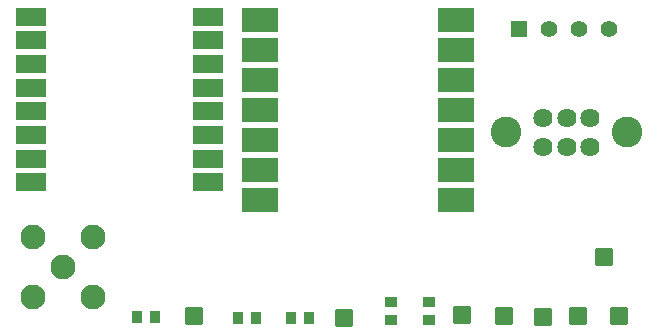
<source format=gts>
G04 Layer: TopSolderMaskLayer*
G04 EasyEDA Pro v2.2.37.7, 2025-04-12 19:39:53*
G04 Gerber Generator version 0.3*
G04 Scale: 100 percent, Rotated: No, Reflected: No*
G04 Dimensions in millimeters*
G04 Leading zeros omitted, absolute positions, 4 integers and 5 decimals*
%FSLAX45Y45*%
%MOMM*%
%AMRoundRect*1,1,$1,$2,$3*1,1,$1,$4,$5*1,1,$1,0-$2,0-$3*1,1,$1,0-$4,0-$5*20,1,$1,$2,$3,$4,$5,0*20,1,$1,$4,$5,0-$2,0-$3,0*20,1,$1,0-$2,0-$3,0-$4,0-$5,0*20,1,$1,0-$4,0-$5,$2,$3,0*4,1,4,$2,$3,$4,$5,0-$2,0-$3,0-$4,0-$5,$2,$3,0*%
%ADD10RoundRect,0.09516X-0.70322X0.70322X0.70322X0.70322*%
%ADD11RoundRect,0.09138X-0.40835X0.43712X0.40835X0.43712*%
%ADD12RoundRect,0.09138X-0.43712X-0.40835X-0.43712X0.40835*%
%ADD13C,1.397*%
%ADD14RoundRect,0.09471X0.65114X-0.65114X-0.65114X-0.65114*%
%ADD15RoundRect,0.09412X-1.25294X0.75294X1.25294X0.75294*%
%ADD16C,2.1016*%
%ADD17RoundRect,0.09669X-1.50245X-0.95245X-1.50245X0.95245*%
%ADD18C,1.6256*%
%ADD19C,2.6016*%
G75*


G04 Pad Start*
G54D10*
G01X-6933844Y2051501D03*
G01X-6302845Y2051742D03*
G01X-5959945Y2055502D03*
G01X-6598945Y2043741D03*
G01X-9552643Y2051501D03*
G01X-6083300Y2552700D03*
G54D11*
G01X-9030564Y2032000D03*
G01X-9181236Y2032000D03*
G01X-8586064Y2032000D03*
G01X-8736736Y2032000D03*
G01X-9887735Y2047722D03*
G01X-10038408Y2047722D03*
G54D12*
G01X-7886700Y2170836D03*
G01X-7886700Y2020164D03*
G01X-7569200Y2170836D03*
G01X-7569200Y2020164D03*
G54D13*
G01X-6045200Y4483100D03*
G01X-6299200Y4483100D03*
G01X-6553200Y4483100D03*
G54D14*
G01X-6807200Y4483100D03*
G54D15*
G01X-10935398Y4586199D03*
G01X-10935398Y4386199D03*
G01X-10935398Y4186199D03*
G01X-10935398Y3986200D03*
G01X-10935398Y3786200D03*
G01X-10935398Y3586201D03*
G01X-10935398Y3386201D03*
G01X-10935398Y3186201D03*
G01X-9435401Y3186201D03*
G01X-9435401Y3386201D03*
G01X-9435401Y3586201D03*
G01X-9435401Y3786200D03*
G01X-9435401Y3986200D03*
G01X-9435401Y4186199D03*
G01X-9435401Y4386199D03*
G01X-9435401Y4586199D03*
G54D16*
G01X-10668000Y2463800D03*
G01X-10922000Y2717800D03*
G01X-10922000Y2209800D03*
G01X-10414000Y2209800D03*
G01X-10414000Y2717800D03*
G54D17*
G01X-7336102Y3035303D03*
G01X-7336102Y3289300D03*
G01X-7336102Y3543300D03*
G01X-7336102Y3797300D03*
G01X-7336102Y4051300D03*
G01X-7336102Y4305300D03*
G01X-7336102Y4559297D03*
G01X-8996096Y4559297D03*
G01X-8996096Y4305300D03*
G01X-8996096Y4051300D03*
G01X-8996096Y3797300D03*
G01X-8996096Y3543300D03*
G01X-8996096Y3289300D03*
G01X-8996096Y3035303D03*
G54D18*
G01X-6600795Y3731804D03*
G01X-6400795Y3731804D03*
G01X-6200795Y3731804D03*
G01X-6600795Y3481817D03*
G01X-6400795Y3481817D03*
G01X-6200795Y3481817D03*
G54D19*
G01X-6910802Y3606810D03*
G01X-5890788Y3606810D03*
G54D10*
G01X-8282643Y2035042D03*
G01X-7283343Y2060442D03*
G04 Pad End*

M02*


</source>
